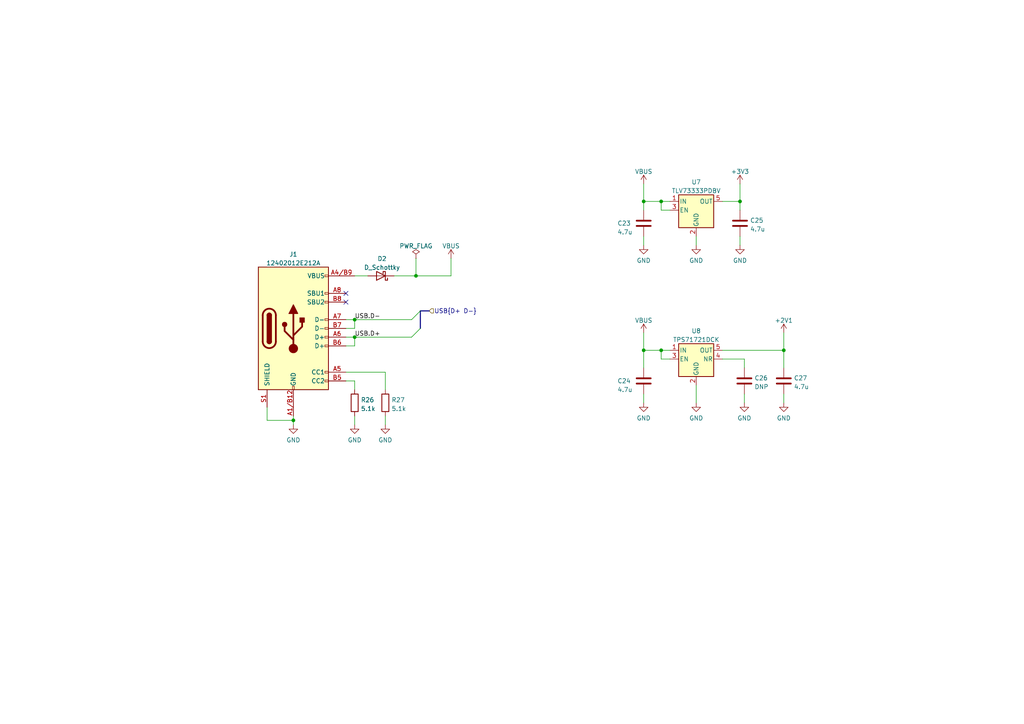
<source format=kicad_sch>
(kicad_sch (version 20211123) (generator eeschema)
  (paper "A4")
  (lib_symbols
    (symbol "Device:C" (pin_numbers hide) (pin_names (offset 0.254))
      (property "Reference" "C" (at 0.635 2.54 0))
      (property "Value" "C" (at 0.635 -2.54 0))
      (symbol "C_0_1"
        (polyline (pts (xy -2.032 -0.762) (xy 2.032 -0.762)) (stroke (width 0.508)))
        (polyline (pts (xy -2.032 0.762) (xy 2.032 0.762)) (stroke (width 0.508)))
      )
      (symbol "C_1_1"
        (pin passive line (at 0 3.81 270) (length 2.794) (name "~") (number "1"))
        (pin passive line (at 0 -3.81 90) (length 2.794) (name "~") (number "2"))
      )
    )
    (symbol "Device:D_Schottky" (pin_numbers hide) (pin_names (offset 1.016) hide)
      (property "Reference" "D" (at 0 2.54 0))
      (property "Value" "D_Schottky" (at 0 -2.54 0))
      (symbol "D_Schottky_0_1"
        (polyline (pts (xy 1.27 0) (xy -1.27 0)))
        (polyline (pts (xy 1.27 1.27) (xy 1.27 -1.27) (xy -1.27 0) (xy 1.27 1.27)) (stroke (width 0.254)))
        (polyline (pts (xy -1.905 0.635) (xy -1.905 1.27) (xy -1.27 1.27) (xy -1.27 -1.27) (xy -0.635 -1.27) (xy -0.635 -0.635)) (stroke (width 0.254)))
      )
      (symbol "D_Schottky_1_1"
        (pin passive line (at -3.81 0 0) (length 2.54) (name "K") (number "1"))
        (pin passive line (at 3.81 0 180) (length 2.54) (name "A") (number "2"))
      )
    )
    (symbol "Device:R" (pin_numbers hide) (pin_names (offset 0))
      (property "Reference" "R" (at 2.032 0 90))
      (property "Value" "R" (at 0 0 90))
      (symbol "R_0_1"
        (rectangle (start -1.016 -2.54) (end 1.016 2.54) (stroke (width 0.254)))
      )
      (symbol "R_1_1"
        (pin passive line (at 0 3.81 270) (length 1.27) (name "~") (number "1"))
        (pin passive line (at 0 -3.81 90) (length 1.27) (name "~") (number "2"))
      )
    )
    (symbol "power:+3V3" (power) (pin_names (offset 0))
      (property "Value" "+3V3" (at 0 3.556 0))
      (symbol "+3V3_0_1"
        (polyline (pts (xy -0.762 1.27) (xy 0 2.54)))
        (polyline (pts (xy 0 0) (xy 0 2.54)))
        (polyline (pts (xy 0 2.54) (xy 0.762 1.27)))
      )
      (symbol "+3V3_1_1"
        (pin power_in line (at 0 0 90) (length 0) hide (name "+3V3") (number "1"))
      )
    )
    (symbol "power:GND" (power) (pin_names (offset 0))
      (property "Value" "GND" (at 0 -3.81 0))
      (symbol "GND_0_1"
        (polyline (pts (xy 0 0) (xy 0 -1.27) (xy 1.27 -1.27) (xy 0 -2.54) (xy -1.27 -1.27) (xy 0 -1.27)))
      )
      (symbol "GND_1_1"
        (pin power_in line (at 0 0 270) (length 0) hide (name "GND") (number "1"))
      )
    )
    (symbol "power:PWR_FLAG" (power) (pin_numbers hide) (pin_names (offset 0) hide)
      (property "Value" "PWR_FLAG" (at 0 3.81 0))
      (symbol "PWR_FLAG_0_0"
        (pin power_out line (at 0 0 90) (length 0) (name "pwr") (number "1"))
      )
      (symbol "PWR_FLAG_0_1"
        (polyline (pts (xy 0 0) (xy 0 1.27) (xy -1.016 1.905) (xy 0 2.54) (xy 1.016 1.905) (xy 0 1.27)))
      )
    )
    (symbol "power:VBUS" (power) (pin_names (offset 0))
      (property "Value" "VBUS" (at 0 3.81 0))
      (symbol "VBUS_0_1"
        (polyline (pts (xy -0.762 1.27) (xy 0 2.54)))
        (polyline (pts (xy 0 0) (xy 0 2.54)))
        (polyline (pts (xy 0 2.54) (xy 0.762 1.27)))
      )
      (symbol "VBUS_1_1"
        (pin power_in line (at 0 0 90) (length 0) hide (name "VBUS") (number "1"))
      )
    )
    (symbol "riotee:+2V1" (power) (pin_names (offset 0))
      (property "Value" "+2V1" (at 0 3.556 0))
      (symbol "+2V1_0_1"
        (polyline (pts (xy -0.762 1.27) (xy 0 2.54)))
        (polyline (pts (xy 0 0) (xy 0 2.54)))
        (polyline (pts (xy 0 2.54) (xy 0.762 1.27)))
      )
      (symbol "+2V1_1_1"
        (pin power_in line (at 0 0 90) (length 0) hide (name "+2V1") (number "1"))
      )
    )
    (symbol "riotee:12402012E212A" (pin_names (offset 1.016))
      (property "Reference" "J" (at -10.16 19.05 0))
      (property "Value" "12402012E212A" (at 19.05 19.05 0))
      (symbol "12402012E212A_0_0"
        (rectangle (start -0.254 -17.78) (end 0.254 -16.764))
        (rectangle (start 10.16 -14.986) (end 9.144 -15.494))
        (rectangle (start 10.16 -12.446) (end 9.144 -12.954))
        (rectangle (start 10.16 -4.826) (end 9.144 -5.334))
        (rectangle (start 10.16 -2.286) (end 9.144 -2.794))
        (rectangle (start 10.16 0.254) (end 9.144 -0.254))
        (rectangle (start 10.16 2.794) (end 9.144 2.286))
        (rectangle (start 10.16 7.874) (end 9.144 7.366))
        (rectangle (start 10.16 10.414) (end 9.144 9.906))
        (rectangle (start 10.16 15.494) (end 9.144 14.986))
      )
      (symbol "12402012E212A_0_1"
        (rectangle (start -10.16 17.78) (end 10.16 -17.78) (stroke (width 0.254)) (fill (type background)))
        (arc (start -8.89 -3.81) (mid -6.985 -5.715) (end -5.08 -3.81) (stroke (width 0.508)))
        (arc (start -7.62 -3.81) (mid -6.985 -4.445) (end -6.35 -3.81) (stroke (width 0.254)))
        (arc (start -7.62 -3.81) (mid -6.985 -4.445) (end -6.35 -3.81) (stroke (width 0.254)) (fill (type outline)))
        (rectangle (start -7.62 -3.81) (end -6.35 3.81) (stroke (width 0.254)) (fill (type outline)))
        (arc (start -6.35 3.81) (mid -6.985 4.445) (end -7.62 3.81) (stroke (width 0.254)))
        (arc (start -6.35 3.81) (mid -6.985 4.445) (end -7.62 3.81) (stroke (width 0.254)) (fill (type outline)))
        (arc (start -5.08 3.81) (mid -6.985 5.715) (end -8.89 3.81) (stroke (width 0.508)))
        (circle (center -2.54 1.143) (radius 0.635) (stroke (width 0.254)) (fill (type outline)))
        (circle (center 0 -5.842) (radius 1.27) (fill (type outline)))
        (polyline (pts (xy -8.89 -3.81) (xy -8.89 3.81)) (stroke (width 0.508)))
        (polyline (pts (xy -5.08 3.81) (xy -5.08 -3.81)) (stroke (width 0.508)))
        (polyline (pts (xy 0 -5.842) (xy 0 4.318)) (stroke (width 0.508)))
        (polyline (pts (xy 0 -3.302) (xy -2.54 -0.762) (xy -2.54 0.508)) (stroke (width 0.508)))
        (polyline (pts (xy 0 -2.032) (xy 2.54 0.508) (xy 2.54 1.778)) (stroke (width 0.508)))
        (polyline (pts (xy -1.27 4.318) (xy 0 6.858) (xy 1.27 4.318) (xy -1.27 4.318)) (stroke (width 0.254)) (fill (type outline)))
        (rectangle (start 1.905 1.778) (end 3.175 3.048) (stroke (width 0.254)) (fill (type outline)))
      )
      (symbol "12402012E212A_1_1"
        (pin power_out line (at 0 -25.4 90) (length 7.62) (name "GND") (number "A1/B12"))
        (pin passive line (at 17.78 15.24 180) (length 7.62) (name "VBUS") (number "A4/B9"))
        (pin bidirectional line (at 15.24 -12.7 180) (length 5.08) (name "CC1") (number "A5"))
        (pin bidirectional line (at 15.24 -2.54 180) (length 5.08) (name "D+") (number "A6"))
        (pin bidirectional line (at 15.24 2.54 180) (length 5.08) (name "D-") (number "A7"))
        (pin bidirectional line (at 15.24 10.16 180) (length 5.08) (name "SBU1") (number "A8"))
        (pin power_in line (at 0 -25.4 90) (length 7.62) hide (name "GND") (number "B1/A12"))
        (pin passive line (at 17.78 15.24 180) (length 7.62) hide (name "VBUS") (number "B4/A9"))
        (pin bidirectional line (at 15.24 -15.24 180) (length 5.08) (name "CC2") (number "B5"))
        (pin bidirectional line (at 15.24 -5.08 180) (length 5.08) (name "D+") (number "B6"))
        (pin bidirectional line (at 15.24 0 180) (length 5.08) (name "D-") (number "B7"))
        (pin bidirectional line (at 15.24 7.62 180) (length 5.08) (name "SBU2") (number "B8"))
        (pin passive line (at -7.62 -22.86 90) (length 5.08) (name "SHIELD") (number "S1"))
      )
    )
    (symbol "riotee:TLV73333PDBV" (pin_names (offset 0.254))
      (property "Reference" "U" (at -3.81 5.715 0))
      (property "Value" "TLV73333PDBV" (at 0 5.715 0))
      (symbol "TLV73333PDBV_0_1"
        (rectangle (start -5.08 4.445) (end 5.08 -5.08) (stroke (width 0.254)) (fill (type background)))
      )
      (symbol "TLV73333PDBV_1_1"
        (pin power_in line (at -7.62 2.54 0) (length 2.54) (name "IN") (number "1"))
        (pin power_in line (at 0 -7.62 90) (length 2.54) (name "GND") (number "2"))
        (pin input line (at -7.62 0 0) (length 2.54) (name "EN") (number "3"))
        (pin no_connect line (at 5.08 0 180) (length 2.54) hide (name "NC") (number "4"))
        (pin power_out line (at 7.62 2.54 180) (length 2.54) (name "OUT") (number "5"))
      )
    )
    (symbol "riotee:TPS71721DCK" (pin_names (offset 0.254))
      (property "Reference" "U" (at -3.81 5.715 0))
      (property "Value" "TPS71721DCK" (at 0 5.715 0))
      (symbol "TPS71721DCK_1_1"
        (rectangle (start 5.08 -5.08) (end -5.08 4.445) (stroke (width 0.254)) (fill (type background)))
        (pin power_in line (at -7.62 2.54 0) (length 2.54) (name "IN") (number "1"))
        (pin power_in line (at 0 -7.62 90) (length 2.54) (name "GND") (number "2"))
        (pin input line (at -7.62 0 0) (length 2.54) (name "EN") (number "3"))
        (pin bidirectional line (at 7.62 0 180) (length 2.54) (name "NR") (number "4"))
        (pin power_out line (at 7.62 2.54 180) (length 2.54) (name "OUT") (number "5"))
      )
    )
  )
  (junction (at 191.77 58.42))
  (junction (at 120.65 80.01))
  (junction (at 214.63 58.42))
  (junction (at 186.69 58.42))
  (junction (at 102.87 92.71))
  (junction (at 186.69 101.6))
  (junction (at 102.87 97.79))
  (junction (at 227.33 101.6))
  (junction (at 191.77 101.6))
  (junction (at 85.09 121.92))
  (no_connect (at 100.33 87.63))
  (no_connect (at 100.33 85.09))
  (bus_entry (at 121.92 90.17) (size -2.54 2.54))
  (bus_entry (at 121.92 95.25) (size -2.54 2.54))
  (wire (pts (xy 130.81 80.01) (xy 130.81 74.93)))
  (wire (pts (xy 227.33 101.6) (xy 227.33 106.68)))
  (wire (pts (xy 77.47 121.92) (xy 85.09 121.92)))
  (wire (pts (xy 120.65 80.01) (xy 130.81 80.01)))
  (wire (pts (xy 85.09 121.92) (xy 85.09 123.19)))
  (wire (pts (xy 100.33 95.25) (xy 102.87 95.25)))
  (wire (pts (xy 111.76 107.95) (xy 111.76 113.03)))
  (wire (pts (xy 186.69 58.42) (xy 186.69 60.96)))
  (wire (pts (xy 100.33 100.33) (xy 102.87 100.33)))
  (wire (pts (xy 100.33 92.71) (xy 102.87 92.71)))
  (wire (pts (xy 214.63 58.42) (xy 214.63 60.96)))
  (wire (pts (xy 214.63 68.58) (xy 214.63 71.12)))
  (wire (pts (xy 209.55 58.42) (xy 214.63 58.42)))
  (wire (pts (xy 186.69 58.42) (xy 191.77 58.42)))
  (wire (pts (xy 186.69 68.58) (xy 186.69 71.12)))
  (wire (pts (xy 191.77 104.14) (xy 191.77 101.6)))
  (wire (pts (xy 186.69 101.6) (xy 191.77 101.6)))
  (wire (pts (xy 85.09 120.65) (xy 85.09 121.92)))
  (wire (pts (xy 186.69 53.34) (xy 186.69 58.42)))
  (wire (pts (xy 100.33 107.95) (xy 111.76 107.95)))
  (wire (pts (xy 201.93 68.58) (xy 201.93 71.12)))
  (wire (pts (xy 102.87 92.71) (xy 102.87 95.25)))
  (wire (pts (xy 209.55 104.14) (xy 215.9 104.14)))
  (wire (pts (xy 111.76 120.65) (xy 111.76 123.19)))
  (bus (pts (xy 121.92 90.17) (xy 121.92 95.25)))
  (wire (pts (xy 186.69 101.6) (xy 186.69 106.68)))
  (wire (pts (xy 100.33 97.79) (xy 102.87 97.79)))
  (wire (pts (xy 201.93 111.76) (xy 201.93 116.84)))
  (wire (pts (xy 191.77 104.14) (xy 194.31 104.14)))
  (wire (pts (xy 186.69 114.3) (xy 186.69 116.84)))
  (wire (pts (xy 114.3 80.01) (xy 120.65 80.01)))
  (wire (pts (xy 191.77 60.96) (xy 191.77 58.42)))
  (wire (pts (xy 214.63 53.34) (xy 214.63 58.42)))
  (wire (pts (xy 209.55 101.6) (xy 227.33 101.6)))
  (wire (pts (xy 102.87 97.79) (xy 119.38 97.79)))
  (bus (pts (xy 121.92 90.17) (xy 124.46 90.17)))
  (wire (pts (xy 102.87 97.79) (xy 102.87 100.33)))
  (wire (pts (xy 120.65 74.93) (xy 120.65 80.01)))
  (wire (pts (xy 77.47 118.11) (xy 77.47 121.92)))
  (wire (pts (xy 102.87 120.65) (xy 102.87 123.19)))
  (wire (pts (xy 215.9 114.3) (xy 215.9 116.84)))
  (wire (pts (xy 102.87 80.01) (xy 106.68 80.01)))
  (wire (pts (xy 227.33 114.3) (xy 227.33 116.84)))
  (wire (pts (xy 194.31 60.96) (xy 191.77 60.96)))
  (wire (pts (xy 186.69 96.52) (xy 186.69 101.6)))
  (wire (pts (xy 102.87 110.49) (xy 100.33 110.49)))
  (wire (pts (xy 227.33 96.52) (xy 227.33 101.6)))
  (wire (pts (xy 102.87 92.71) (xy 119.38 92.71)))
  (wire (pts (xy 215.9 104.14) (xy 215.9 106.68)))
  (wire (pts (xy 102.87 113.03) (xy 102.87 110.49)))
  (wire (pts (xy 194.31 58.42) (xy 191.77 58.42)))
  (wire (pts (xy 191.77 101.6) (xy 194.31 101.6)))
  (label "USB.D-" (at 102.87 92.71 0))
  (label "USB.D+" (at 102.87 97.79 0))
  (hierarchical_label "USB{D+ D-}" (shape input) (at 124.46 90.17 0))
  (symbol (lib_id "power:GND") (at 201.93 71.12 0) (unit 1)
    (property "Reference" "#PWR043" (effects hide))
    (property "Value" "GND" (at 201.93 75.5634 0))
  )
  (symbol (lib_id "power:GND") (at 102.87 123.19 0) (unit 1)
    (property "Reference" "#PWR036" (effects hide))
    (property "Value" "GND" (at 102.87 127.6334 0))
  )
  (symbol (lib_id "Device:C") (at 186.69 64.77 0) (unit 1)
    (property "Reference" "C23" (at 179.07 64.7731 0) (effects (justify left)))
    (property "Value" "4.7u" (at 179.07 67.31 0) (effects (justify left)))
    (property "Footprint" "Capacitor_SMD:C_0402_1005Metric" (effects hide))
    (property "MPN" "CL05A475MP5NRNC" (effects hide))
    (property "Description" "Cap, 0402, X5R, 10V" (effects hide))
  )
  (symbol (lib_id "power:+3V3") (at 214.63 53.34 0) (unit 1)
    (property "Reference" "#PWR045" (effects hide))
    (property "Value" "+3V3" (at 214.63 49.7642 0))
  )
  (symbol (lib_id "power:GND") (at 214.63 71.12 0) (unit 1)
    (property "Reference" "#PWR046" (effects hide))
    (property "Value" "GND" (at 214.63 75.5634 0))
  )
  (symbol (lib_id "power:GND") (at 186.69 116.84 0) (unit 1)
    (property "Reference" "#PWR042" (effects hide))
    (property "Value" "GND" (at 186.69 121.2834 0))
  )
  (symbol (lib_id "riotee:TPS71721DCK") (at 201.93 104.14 0) (unit 1)
    (property "Reference" "U8" (at 201.93 95.9952 0))
    (property "Value" "TPS71721DCK" (at 201.93 98.5321 0))
    (property "Footprint" "riotee:TI_DCK0005A" (effects hide))
    (property "Datasheet" "https://www.ti.com/lit/ds/symlink/tps717.pdf" (effects hide))
    (property "MPN" "TPS71721DCK" (effects hide))
    (property "Description" "2.1V 150-mA LDO" (effects hide))
  )
  (symbol (lib_id "power:GND") (at 215.9 116.84 0) (unit 1)
    (property "Reference" "#PWR047" (effects hide))
    (property "Value" "GND" (at 215.9 121.2834 0))
  )
  (symbol (lib_id "power:GND") (at 85.09 123.19 0) (unit 1)
    (property "Reference" "#PWR035" (effects hide))
    (property "Value" "GND" (at 85.09 127.6334 0))
  )
  (symbol (lib_id "riotee:TLV73333PDBV") (at 201.93 60.96 0) (unit 1)
    (property "Reference" "U7" (at 201.93 52.8152 0))
    (property "Value" "TLV73333PDBV" (at 201.93 55.3521 0))
    (property "Footprint" "riotee:TI_DBV0005A" (effects hide))
    (property "Datasheet" "https://www.ti.com/lit/ds/symlink/tlv733p.pdf" (effects hide))
    (property "MPN" "TLV73333PDBV" (effects hide))
    (property "Description" "3.3V 300mA LDO" (effects hide))
  )
  (symbol (lib_id "riotee:12402012E212A") (at 85.09 95.25 0) (unit 1)
    (property "Reference" "J1" (at 85.09 73.7702 0))
    (property "Value" "12402012E212A" (at 85.09 76.3071 0))
    (property "Footprint" "riotee:AMPH_12402012E212A" (effects hide))
    (property "Datasheet" "https://www.amphenol-cs.com/usb2-0-12402012e212a.html" (effects hide))
    (property "MPN" "12402012E212A" (effects hide))
  )
  (symbol (lib_id "power:GND") (at 186.69 71.12 0) (unit 1)
    (property "Reference" "#PWR040" (effects hide))
    (property "Value" "GND" (at 186.69 75.5634 0))
  )
  (symbol (lib_id "riotee:+2V1") (at 227.33 96.52 0) (unit 1)
    (property "Reference" "#PWR0105" (effects hide))
    (property "Value" "+2V1" (at 227.33 92.9442 0))
  )
  (symbol (lib_id "power:PWR_FLAG") (at 120.65 74.93 0) (unit 1)
    (property "Reference" "#FLG04" (effects hide))
    (property "Value" "PWR_FLAG" (at 120.65 71.3542 0))
  )
  (symbol (lib_id "power:GND") (at 201.93 116.84 0) (unit 1)
    (property "Reference" "#PWR044" (effects hide))
    (property "Value" "GND" (at 201.93 121.2834 0))
  )
  (symbol (lib_id "power:VBUS") (at 186.69 53.34 0) (unit 1)
    (property "Reference" "#PWR039" (effects hide))
    (property "Value" "VBUS" (at 186.69 49.7642 0))
  )
  (symbol (lib_id "Device:C") (at 214.63 64.77 0) (unit 1)
    (property "Reference" "C25" (at 217.551 63.9353 0) (effects (justify left)))
    (property "Value" "4.7u" (at 217.551 66.4722 0) (effects (justify left)))
    (property "Footprint" "Capacitor_SMD:C_0402_1005Metric" (effects hide))
    (property "MPN" "CL05A475MP5NRNC" (effects hide))
    (property "Description" "Cap, 0402, X5R, 10V" (effects hide))
  )
  (symbol (lib_id "Device:C") (at 186.69 110.49 0) (unit 1)
    (property "Reference" "C24" (at 179.07 110.4931 0) (effects (justify left)))
    (property "Value" "4.7u" (at 179.07 113.03 0) (effects (justify left)))
    (property "Footprint" "Capacitor_SMD:C_0402_1005Metric" (effects hide))
    (property "MPN" "CL05A475MP5NRNC" (effects hide))
    (property "Description" "Cap, 0402, X5R, 10V" (effects hide))
  )
  (symbol (lib_id "Device:R") (at 111.76 116.84 0) (unit 1)
    (property "Reference" "R27" (at 113.538 116.0053 0) (effects (justify left)))
    (property "Value" "5.1k" (at 113.538 118.5422 0) (effects (justify left)))
    (property "Footprint" "Resistor_SMD:R_0402_1005Metric" (effects hide))
    (property "MPN" "CR0402-FX-5101GLF" (effects hide))
    (property "Description" "Res, 0402, 1%" (effects hide))
  )
  (symbol (lib_id "Device:C") (at 215.9 110.49 0) (unit 1)
    (property "Reference" "C26" (at 218.821 109.6553 0) (effects (justify left)))
    (property "Value" "DNP" (at 218.821 112.1922 0) (effects (justify left)))
    (property "Footprint" "Capacitor_SMD:C_0402_1005Metric" (effects hide))
  )
  (symbol (lib_id "Device:C") (at 227.33 110.49 0) (unit 1)
    (property "Reference" "C27" (at 230.251 109.6553 0) (effects (justify left)))
    (property "Value" "4.7u" (at 230.251 112.1922 0) (effects (justify left)))
    (property "Footprint" "Capacitor_SMD:C_0402_1005Metric" (effects hide))
    (property "MPN" "CL05A475MP5NRNC" (effects hide))
    (property "Description" "Cap, 0402, X5R, 10V" (effects hide))
  )
  (symbol (lib_id "Device:R") (at 102.87 116.84 0) (unit 1)
    (property "Reference" "R26" (at 104.648 116.0053 0) (effects (justify left)))
    (property "Value" "5.1k" (at 104.648 118.5422 0) (effects (justify left)))
    (property "Footprint" "Resistor_SMD:R_0402_1005Metric" (effects hide))
    (property "MPN" "CR0402-FX-5101GLF" (effects hide))
    (property "Description" "Res, 0402, 1%" (effects hide))
  )
  (symbol (lib_id "power:VBUS") (at 130.81 74.93 0) (unit 1)
    (property "Reference" "#PWR038" (effects hide))
    (property "Value" "VBUS" (at 130.81 71.3542 0))
  )
  (symbol (lib_id "Device:D_Schottky") (at 110.49 80.01 180) (unit 1)
    (property "Reference" "D2" (at 110.8075 75.0402 0))
    (property "Value" "D_Schottky" (at 110.8075 77.5771 0))
    (property "Footprint" "Diode_SMD:D_SOD-523" (effects hide))
    (property "MPN" "RB521S30T1G" (effects hide))
    (property "Description" "Schottky, If=200mA, If=500mV" (effects hide))
  )
  (symbol (lib_id "power:VBUS") (at 186.69 96.52 0) (unit 1)
    (property "Reference" "#PWR041" (effects hide))
    (property "Value" "VBUS" (at 186.69 92.9442 0))
  )
  (symbol (lib_id "power:GND") (at 111.76 123.19 0) (unit 1)
    (property "Reference" "#PWR037" (effects hide))
    (property "Value" "GND" (at 111.76 127.6334 0))
  )
  (symbol (lib_id "power:GND") (at 227.33 116.84 0) (unit 1)
    (property "Reference" "#PWR049" (effects hide))
    (property "Value" "GND" (at 227.33 121.2834 0))
  )
)
</source>
